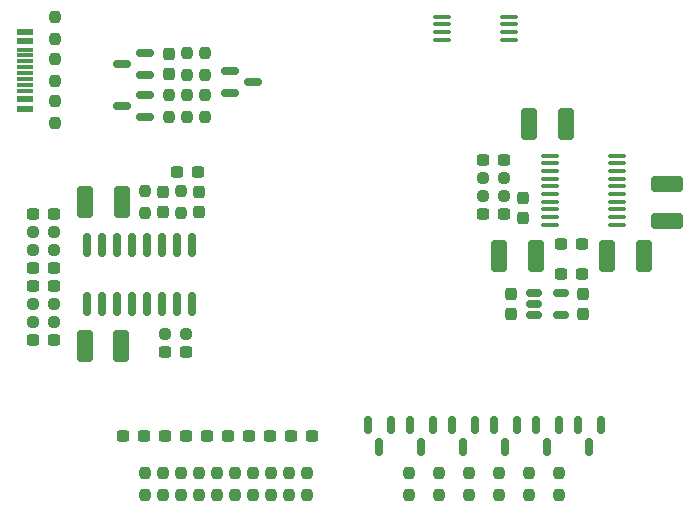
<source format=gbp>
G04 #@! TF.GenerationSoftware,KiCad,Pcbnew,(6.0.6)*
G04 #@! TF.CreationDate,2022-09-28T22:29:42+02:00*
G04 #@! TF.ProjectId,Phoniebox,50686f6e-6965-4626-9f78-2e6b69636164,rev?*
G04 #@! TF.SameCoordinates,Original*
G04 #@! TF.FileFunction,Paste,Bot*
G04 #@! TF.FilePolarity,Positive*
%FSLAX46Y46*%
G04 Gerber Fmt 4.6, Leading zero omitted, Abs format (unit mm)*
G04 Created by KiCad (PCBNEW (6.0.6)) date 2022-09-28 22:29:42*
%MOMM*%
%LPD*%
G01*
G04 APERTURE LIST*
G04 Aperture macros list*
%AMRoundRect*
0 Rectangle with rounded corners*
0 $1 Rounding radius*
0 $2 $3 $4 $5 $6 $7 $8 $9 X,Y pos of 4 corners*
0 Add a 4 corners polygon primitive as box body*
4,1,4,$2,$3,$4,$5,$6,$7,$8,$9,$2,$3,0*
0 Add four circle primitives for the rounded corners*
1,1,$1+$1,$2,$3*
1,1,$1+$1,$4,$5*
1,1,$1+$1,$6,$7*
1,1,$1+$1,$8,$9*
0 Add four rect primitives between the rounded corners*
20,1,$1+$1,$2,$3,$4,$5,0*
20,1,$1+$1,$4,$5,$6,$7,0*
20,1,$1+$1,$6,$7,$8,$9,0*
20,1,$1+$1,$8,$9,$2,$3,0*%
G04 Aperture macros list end*
%ADD10RoundRect,0.237500X-0.237500X0.250000X-0.237500X-0.250000X0.237500X-0.250000X0.237500X0.250000X0*%
%ADD11RoundRect,0.237500X0.237500X-0.300000X0.237500X0.300000X-0.237500X0.300000X-0.237500X-0.300000X0*%
%ADD12RoundRect,0.237500X0.300000X0.237500X-0.300000X0.237500X-0.300000X-0.237500X0.300000X-0.237500X0*%
%ADD13RoundRect,0.150000X-0.150000X0.587500X-0.150000X-0.587500X0.150000X-0.587500X0.150000X0.587500X0*%
%ADD14RoundRect,0.100000X0.637500X0.100000X-0.637500X0.100000X-0.637500X-0.100000X0.637500X-0.100000X0*%
%ADD15RoundRect,0.237500X-0.300000X-0.237500X0.300000X-0.237500X0.300000X0.237500X-0.300000X0.237500X0*%
%ADD16RoundRect,0.237500X-0.237500X0.300000X-0.237500X-0.300000X0.237500X-0.300000X0.237500X0.300000X0*%
%ADD17RoundRect,0.237500X0.250000X0.237500X-0.250000X0.237500X-0.250000X-0.237500X0.250000X-0.237500X0*%
%ADD18RoundRect,0.237500X0.237500X-0.250000X0.237500X0.250000X-0.237500X0.250000X-0.237500X-0.250000X0*%
%ADD19RoundRect,0.250000X-0.412500X-1.100000X0.412500X-1.100000X0.412500X1.100000X-0.412500X1.100000X0*%
%ADD20RoundRect,0.100000X-0.637500X-0.100000X0.637500X-0.100000X0.637500X0.100000X-0.637500X0.100000X0*%
%ADD21RoundRect,0.150000X-0.150000X0.850000X-0.150000X-0.850000X0.150000X-0.850000X0.150000X0.850000X0*%
%ADD22RoundRect,0.250000X0.412500X1.100000X-0.412500X1.100000X-0.412500X-1.100000X0.412500X-1.100000X0*%
%ADD23RoundRect,0.150000X-0.512500X-0.150000X0.512500X-0.150000X0.512500X0.150000X-0.512500X0.150000X0*%
%ADD24RoundRect,0.150000X0.587500X0.150000X-0.587500X0.150000X-0.587500X-0.150000X0.587500X-0.150000X0*%
%ADD25R,1.450000X0.600000*%
%ADD26R,1.450000X0.300000*%
%ADD27RoundRect,0.150000X-0.587500X-0.150000X0.587500X-0.150000X0.587500X0.150000X-0.587500X0.150000X0*%
%ADD28RoundRect,0.250000X-1.100000X0.412500X-1.100000X-0.412500X1.100000X-0.412500X1.100000X0.412500X0*%
%ADD29RoundRect,0.237500X-0.250000X-0.237500X0.250000X-0.237500X0.250000X0.237500X-0.250000X0.237500X0*%
G04 APERTURE END LIST*
D10*
X123444000Y-57808500D03*
X123444000Y-55983500D03*
D11*
X122936000Y-67717500D03*
X122936000Y-69442500D03*
D10*
X121920000Y-57808500D03*
X121920000Y-55983500D03*
D12*
X146965500Y-69596000D03*
X148690500Y-69596000D03*
D10*
X130556000Y-91543500D03*
X130556000Y-93368500D03*
D13*
X141732000Y-89329500D03*
X142682000Y-87454500D03*
X140782000Y-87454500D03*
D14*
X143441500Y-52873000D03*
X143441500Y-53523000D03*
X143441500Y-54173000D03*
X143441500Y-54823000D03*
X149166500Y-54823000D03*
X149166500Y-54173000D03*
X149166500Y-53523000D03*
X149166500Y-52873000D03*
D15*
X110590500Y-75692000D03*
X108865500Y-75692000D03*
D16*
X119888000Y-69442500D03*
X119888000Y-67717500D03*
D17*
X110640500Y-78740000D03*
X108815500Y-78740000D03*
D10*
X110744000Y-61872500D03*
X110744000Y-60047500D03*
D18*
X110744000Y-52935500D03*
X110744000Y-54760500D03*
D19*
X153962500Y-61976000D03*
X150837500Y-61976000D03*
D13*
X155956000Y-89329500D03*
X156906000Y-87454500D03*
X155006000Y-87454500D03*
D10*
X153416000Y-93368500D03*
X153416000Y-91543500D03*
D18*
X129032000Y-93368500D03*
X129032000Y-91543500D03*
D17*
X108815500Y-72644000D03*
X110640500Y-72644000D03*
D10*
X145796000Y-93368500D03*
X145796000Y-91543500D03*
D18*
X132080000Y-91543500D03*
X132080000Y-93368500D03*
D20*
X158310500Y-70489000D03*
X158310500Y-69839000D03*
X158310500Y-69189000D03*
X158310500Y-68539000D03*
X158310500Y-67889000D03*
X158310500Y-67239000D03*
X158310500Y-66589000D03*
X158310500Y-65939000D03*
X158310500Y-65289000D03*
X158310500Y-64639000D03*
X152585500Y-64639000D03*
X152585500Y-65289000D03*
X152585500Y-65939000D03*
X152585500Y-66589000D03*
X152585500Y-67239000D03*
X152585500Y-67889000D03*
X152585500Y-68539000D03*
X152585500Y-69189000D03*
X152585500Y-69839000D03*
X152585500Y-70489000D03*
D16*
X149352000Y-78078500D03*
X149352000Y-76353500D03*
D13*
X148844000Y-89329500D03*
X149794000Y-87454500D03*
X147894000Y-87454500D03*
X145288000Y-89329500D03*
X146238000Y-87454500D03*
X144338000Y-87454500D03*
D19*
X160566500Y-73152000D03*
X157441500Y-73152000D03*
D21*
X113411000Y-77176000D03*
X114681000Y-77176000D03*
X115951000Y-77176000D03*
X117221000Y-77176000D03*
X118491000Y-77176000D03*
X119761000Y-77176000D03*
X121031000Y-77176000D03*
X122301000Y-77176000D03*
X122301000Y-72176000D03*
X121031000Y-72176000D03*
X119761000Y-72176000D03*
X118491000Y-72176000D03*
X117221000Y-72176000D03*
X115951000Y-72176000D03*
X114681000Y-72176000D03*
X113411000Y-72176000D03*
D22*
X148297500Y-73152000D03*
X151422500Y-73152000D03*
D18*
X119888000Y-93368500D03*
X119888000Y-91543500D03*
D12*
X123597500Y-88392000D03*
X125322500Y-88392000D03*
D23*
X153537500Y-78166000D03*
X153537500Y-76266000D03*
X151262500Y-76266000D03*
X151262500Y-77216000D03*
X151262500Y-78166000D03*
D12*
X120041500Y-88392000D03*
X121766500Y-88392000D03*
D16*
X155448000Y-78078500D03*
X155448000Y-76353500D03*
D17*
X108815500Y-71120000D03*
X110640500Y-71120000D03*
D16*
X150368000Y-69950500D03*
X150368000Y-68225500D03*
D10*
X124460000Y-91543500D03*
X124460000Y-93368500D03*
D18*
X121920000Y-59539500D03*
X121920000Y-61364500D03*
D24*
X116410500Y-56896000D03*
X118285500Y-57846000D03*
X118285500Y-55946000D03*
D12*
X153569500Y-74676000D03*
X155294500Y-74676000D03*
D10*
X140716000Y-93368500D03*
X140716000Y-91543500D03*
D22*
X116370500Y-68580000D03*
X113245500Y-68580000D03*
D17*
X146915500Y-68072000D03*
X148740500Y-68072000D03*
D12*
X121057500Y-66040000D03*
X122782500Y-66040000D03*
D18*
X123444000Y-59539500D03*
X123444000Y-61364500D03*
D16*
X120396000Y-57758500D03*
X120396000Y-56033500D03*
D15*
X128878500Y-88392000D03*
X127153500Y-88392000D03*
D10*
X121412000Y-91543500D03*
X121412000Y-93368500D03*
D25*
X108185000Y-60654000D03*
X108185000Y-59854000D03*
D26*
X108185000Y-59154000D03*
X108185000Y-58154000D03*
X108185000Y-56654000D03*
X108185000Y-55654000D03*
D25*
X108185000Y-54954000D03*
X108185000Y-54154000D03*
X108185000Y-54154000D03*
X108185000Y-54954000D03*
D26*
X108185000Y-56154000D03*
X108185000Y-57154000D03*
X108185000Y-57654000D03*
X108185000Y-58654000D03*
D25*
X108185000Y-59854000D03*
X108185000Y-60654000D03*
D10*
X143256000Y-93368500D03*
X143256000Y-91543500D03*
D18*
X125984000Y-93368500D03*
X125984000Y-91543500D03*
D15*
X110590500Y-74168000D03*
X108865500Y-74168000D03*
D10*
X121412000Y-69492500D03*
X121412000Y-67667500D03*
D15*
X110590500Y-69596000D03*
X108865500Y-69596000D03*
D13*
X138176000Y-89329500D03*
X139126000Y-87454500D03*
X137226000Y-87454500D03*
D10*
X150876000Y-93368500D03*
X150876000Y-91543500D03*
X118364000Y-91543500D03*
X118364000Y-93368500D03*
X148336000Y-93368500D03*
X148336000Y-91543500D03*
D12*
X116485500Y-88392000D03*
X118210500Y-88392000D03*
D15*
X132434500Y-88392000D03*
X130709500Y-88392000D03*
D13*
X152400000Y-89329500D03*
X153350000Y-87454500D03*
X151450000Y-87454500D03*
D12*
X120041500Y-81280000D03*
X121766500Y-81280000D03*
D27*
X127429500Y-58420000D03*
X125554500Y-57470000D03*
X125554500Y-59370000D03*
D18*
X122936000Y-93368500D03*
X122936000Y-91543500D03*
D15*
X155294500Y-72136000D03*
X153569500Y-72136000D03*
D10*
X120396000Y-61364500D03*
X120396000Y-59539500D03*
D22*
X113207000Y-80772000D03*
X116332000Y-80772000D03*
D15*
X110590500Y-80264000D03*
X108865500Y-80264000D03*
D10*
X127508000Y-91543500D03*
X127508000Y-93368500D03*
D24*
X116410500Y-60452000D03*
X118285500Y-61402000D03*
X118285500Y-59502000D03*
D18*
X118364000Y-67667500D03*
X118364000Y-69492500D03*
D28*
X162560000Y-70142500D03*
X162560000Y-67017500D03*
D17*
X146915500Y-66548000D03*
X148740500Y-66548000D03*
D15*
X148690500Y-65024000D03*
X146965500Y-65024000D03*
D18*
X110744000Y-56491500D03*
X110744000Y-58316500D03*
D17*
X108815500Y-77216000D03*
X110640500Y-77216000D03*
D29*
X121816500Y-79756000D03*
X119991500Y-79756000D03*
M02*

</source>
